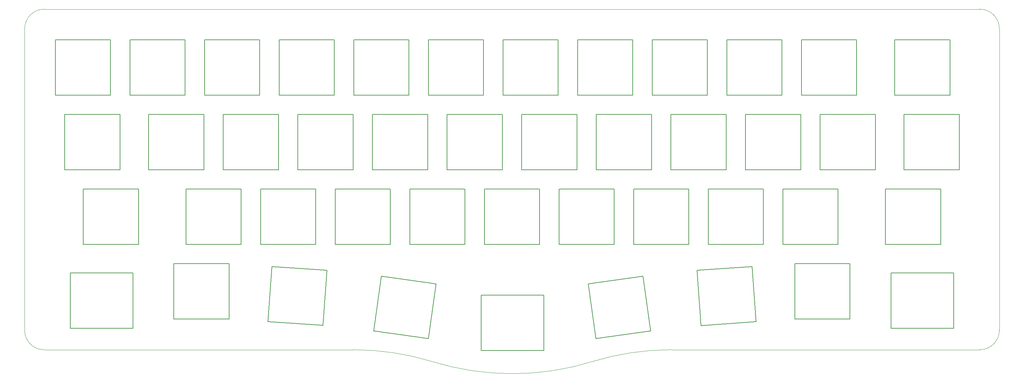
<source format=gm1>
G04 #@! TF.GenerationSoftware,KiCad,Pcbnew,8.0.2-1*
G04 #@! TF.CreationDate,2024-07-03T19:51:58+09:00*
G04 #@! TF.ProjectId,lagoon,6c61676f-6f6e-42e6-9b69-6361645f7063,rev?*
G04 #@! TF.SameCoordinates,Original*
G04 #@! TF.FileFunction,Profile,NP*
%FSLAX46Y46*%
G04 Gerber Fmt 4.6, Leading zero omitted, Abs format (unit mm)*
G04 Created by KiCad (PCBNEW 8.0.2-1) date 2024-07-03 19:51:58*
%MOMM*%
%LPD*%
G01*
G04 APERTURE LIST*
G04 #@! TA.AperFunction,Profile*
%ADD10C,0.100000*%
G04 #@! TD*
G04 #@! TA.AperFunction,Profile*
%ADD11C,0.150000*%
G04 #@! TD*
G04 APERTURE END LIST*
D10*
X17673377Y-99642387D02*
G75*
G02*
X12670570Y-94631247I12253J5015047D01*
G01*
X157671326Y-102645809D02*
G75*
G02*
X137192421Y-105748066I-20403726J65546209D01*
G01*
X261554243Y-94631249D02*
G75*
G02*
X256560952Y-99629754I-4985543J-12951D01*
G01*
X256561045Y-12668750D02*
X17673445Y-12668750D01*
X96635945Y-99634328D02*
G75*
G02*
X116713513Y-102645819I-45J-68434472D01*
G01*
X177748897Y-99631249D02*
X256560952Y-99629720D01*
X12664720Y-17668716D02*
X12668750Y-94631248D01*
X256561045Y-12668750D02*
G75*
G02*
X261554230Y-17668664I11555J-4981650D01*
G01*
X17673377Y-99642388D02*
X96635945Y-99642388D01*
X261554244Y-94631249D02*
X261554244Y-17668664D01*
X12668750Y-17668716D02*
G75*
G02*
X17673445Y-12668748I5035770J-35834D01*
G01*
X157671326Y-102645809D02*
G75*
G02*
X177748897Y-99634328I20077474J-65422291D01*
G01*
X137192421Y-105748070D02*
G75*
G02*
X116713517Y-102645805I-75121J68648670D01*
G01*
D11*
X196735485Y-39574982D02*
X210835485Y-39574982D01*
X196735485Y-53674982D02*
X196735485Y-39574982D01*
X210835485Y-39574982D02*
X210835485Y-53674982D01*
X210835485Y-53674982D02*
X196735485Y-53674982D01*
X72910485Y-58624982D02*
X87010485Y-58624982D01*
X72910485Y-72724982D02*
X72910485Y-58624982D01*
X87010485Y-58624982D02*
X87010485Y-72724982D01*
X87010485Y-72724982D02*
X72910485Y-72724982D01*
X211022985Y-20524982D02*
X225122985Y-20524982D01*
X211022985Y-34624982D02*
X211022985Y-20524982D01*
X225122985Y-20524982D02*
X225122985Y-34624982D01*
X225122985Y-34624982D02*
X211022985Y-34624982D01*
X22904235Y-39574982D02*
X37004235Y-39574982D01*
X22904235Y-53674982D02*
X22904235Y-39574982D01*
X37004235Y-39574982D02*
X37004235Y-53674982D01*
X37004235Y-53674982D02*
X22904235Y-53674982D01*
X172922985Y-20524982D02*
X187022985Y-20524982D01*
X172922985Y-34624982D02*
X172922985Y-20524982D01*
X187022985Y-20524982D02*
X187022985Y-34624982D01*
X187022985Y-34624982D02*
X172922985Y-34624982D01*
X44335485Y-39574982D02*
X58435485Y-39574982D01*
X44335485Y-53674982D02*
X44335485Y-39574982D01*
X58435485Y-39574982D02*
X58435485Y-53674982D01*
X58435485Y-53674982D02*
X44335485Y-53674982D01*
X149110485Y-58624982D02*
X163210485Y-58624982D01*
X149110485Y-72724982D02*
X149110485Y-58624982D01*
X163210485Y-58624982D02*
X163210485Y-72724982D01*
X163210485Y-72724982D02*
X149110485Y-72724982D01*
X215785485Y-39574982D02*
X229885485Y-39574982D01*
X215785485Y-53674982D02*
X215785485Y-39574982D01*
X229885485Y-39574982D02*
X229885485Y-53674982D01*
X229885485Y-53674982D02*
X215785485Y-53674982D01*
X191972985Y-20524982D02*
X206072985Y-20524982D01*
X191972985Y-34624982D02*
X191972985Y-20524982D01*
X206072985Y-20524982D02*
X206072985Y-34624982D01*
X206072985Y-34624982D02*
X191972985Y-34624982D01*
X111010485Y-58624982D02*
X125110485Y-58624982D01*
X111010485Y-72724982D02*
X111010485Y-58624982D01*
X125110485Y-58624982D02*
X125110485Y-72724982D01*
X125110485Y-72724982D02*
X111010485Y-72724982D01*
X237216735Y-39574982D02*
X251316735Y-39574982D01*
X237216735Y-53674982D02*
X237216735Y-39574982D01*
X251316735Y-39574982D02*
X251316735Y-53674982D01*
X251316735Y-53674982D02*
X237216735Y-53674982D01*
X156565212Y-82800398D02*
X170527992Y-80838058D01*
X158527552Y-96763178D02*
X156565212Y-82800398D01*
X170527992Y-80838058D02*
X172490332Y-94800838D01*
X172490332Y-94800838D02*
X158527552Y-96763178D01*
X153872985Y-20524982D02*
X167972985Y-20524982D01*
X153872985Y-34624982D02*
X153872985Y-20524982D01*
X167972985Y-20524982D02*
X167972985Y-34624982D01*
X167972985Y-34624982D02*
X153872985Y-34624982D01*
X139585485Y-39574982D02*
X153685485Y-39574982D01*
X139585485Y-53674982D02*
X139585485Y-39574982D01*
X153685485Y-39574982D02*
X153685485Y-53674982D01*
X153685485Y-53674982D02*
X139585485Y-53674982D01*
X63385485Y-39574982D02*
X77485485Y-39574982D01*
X63385485Y-53674982D02*
X63385485Y-39574982D01*
X77485485Y-39574982D02*
X77485485Y-53674982D01*
X77485485Y-53674982D02*
X63385485Y-53674982D01*
X177685485Y-39574982D02*
X191785485Y-39574982D01*
X177685485Y-53674982D02*
X177685485Y-39574982D01*
X191785485Y-39574982D02*
X191785485Y-53674982D01*
X191785485Y-53674982D02*
X177685485Y-53674982D01*
X184354625Y-79377849D02*
X198420278Y-78394282D01*
X185338192Y-93443502D02*
X184354625Y-79377849D01*
X198420278Y-78394282D02*
X199403845Y-92459935D01*
X199403845Y-92459935D02*
X185338192Y-93443502D01*
X27666735Y-58624982D02*
X41766735Y-58624982D01*
X27666735Y-72724982D02*
X27666735Y-58624982D01*
X41766735Y-58624982D02*
X41766735Y-72724982D01*
X41766735Y-72724982D02*
X27666735Y-72724982D01*
X129222985Y-85720414D02*
X145222985Y-85720414D01*
X129222985Y-99820414D02*
X129222985Y-85720414D01*
X129222985Y-99820414D02*
X145222985Y-99820414D01*
X145222985Y-85720414D02*
X145222985Y-99820414D01*
X74817125Y-92446840D02*
X75800692Y-78381187D01*
X75800692Y-78381187D02*
X89866345Y-79364754D01*
X88882778Y-93430407D02*
X74817125Y-92446840D01*
X89866345Y-79364754D02*
X88882778Y-93430407D01*
X130060485Y-58624982D02*
X144160485Y-58624982D01*
X130060485Y-72724982D02*
X130060485Y-58624982D01*
X144160485Y-58624982D02*
X144160485Y-72724982D01*
X144160485Y-72724982D02*
X130060485Y-72724982D01*
X50774744Y-77674982D02*
X64874744Y-77674982D01*
X50774744Y-91774982D02*
X50774744Y-77674982D01*
X64874744Y-77674982D02*
X64874744Y-91774982D01*
X64874744Y-91774982D02*
X50774744Y-91774982D01*
X82435485Y-39574982D02*
X96535485Y-39574982D01*
X82435485Y-53674982D02*
X82435485Y-39574982D01*
X96535485Y-39574982D02*
X96535485Y-53674982D01*
X96535485Y-53674982D02*
X82435485Y-53674982D01*
X91960485Y-58624982D02*
X106060485Y-58624982D01*
X91960485Y-72724982D02*
X91960485Y-58624982D01*
X106060485Y-58624982D02*
X106060485Y-72724982D01*
X106060485Y-72724982D02*
X91960485Y-72724982D01*
X115772985Y-20524982D02*
X129872985Y-20524982D01*
X115772985Y-34624982D02*
X115772985Y-20524982D01*
X129872985Y-20524982D02*
X129872985Y-34624982D01*
X129872985Y-34624982D02*
X115772985Y-34624982D01*
X134822985Y-20524982D02*
X148922985Y-20524982D01*
X134822985Y-34624982D02*
X134822985Y-20524982D01*
X148922985Y-20524982D02*
X148922985Y-34624982D01*
X148922985Y-34624982D02*
X134822985Y-34624982D01*
X53860485Y-58624982D02*
X67960485Y-58624982D01*
X53860485Y-72724982D02*
X53860485Y-58624982D01*
X67960485Y-58624982D02*
X67960485Y-72724982D01*
X67960485Y-72724982D02*
X53860485Y-72724982D01*
X20522985Y-20524982D02*
X34622985Y-20524982D01*
X20522985Y-34624982D02*
X20522985Y-20524982D01*
X34622985Y-20524982D02*
X34622985Y-34624982D01*
X34622985Y-34624982D02*
X20522985Y-34624982D01*
X233885485Y-80056232D02*
X249885485Y-80056232D01*
X233885485Y-94156232D02*
X233885485Y-80056232D01*
X233885485Y-94156232D02*
X249885485Y-94156232D01*
X249885485Y-80056232D02*
X249885485Y-94156232D01*
X39572985Y-20524982D02*
X53672985Y-20524982D01*
X39572985Y-34624982D02*
X39572985Y-20524982D01*
X53672985Y-20524982D02*
X53672985Y-34624982D01*
X53672985Y-34624982D02*
X39572985Y-34624982D01*
X234835485Y-20524982D02*
X248935485Y-20524982D01*
X234835485Y-34624982D02*
X234835485Y-20524982D01*
X248935485Y-20524982D02*
X248935485Y-34624982D01*
X248935485Y-34624982D02*
X234835485Y-34624982D01*
X120535485Y-39574982D02*
X134635485Y-39574982D01*
X120535485Y-53674982D02*
X120535485Y-39574982D01*
X134635485Y-39574982D02*
X134635485Y-53674982D01*
X134635485Y-53674982D02*
X120535485Y-53674982D01*
X58622985Y-20524982D02*
X72722985Y-20524982D01*
X58622985Y-34624982D02*
X58622985Y-20524982D01*
X72722985Y-20524982D02*
X72722985Y-34624982D01*
X72722985Y-34624982D02*
X58622985Y-34624982D01*
X158635485Y-39574982D02*
X172735485Y-39574982D01*
X158635485Y-53674982D02*
X158635485Y-39574982D01*
X172735485Y-39574982D02*
X172735485Y-53674982D01*
X172735485Y-53674982D02*
X158635485Y-53674982D01*
X187210485Y-58624982D02*
X201310485Y-58624982D01*
X187210485Y-72724982D02*
X187210485Y-58624982D01*
X201310485Y-58624982D02*
X201310485Y-72724982D01*
X201310485Y-72724982D02*
X187210485Y-72724982D01*
X206260485Y-58624982D02*
X220360485Y-58624982D01*
X206260485Y-72724982D02*
X206260485Y-58624982D01*
X220360485Y-58624982D02*
X220360485Y-72724982D01*
X220360485Y-72724982D02*
X206260485Y-72724982D01*
X24335485Y-80056232D02*
X40335485Y-80056232D01*
X24335485Y-94156232D02*
X24335485Y-80056232D01*
X24335485Y-94156232D02*
X40335485Y-94156232D01*
X40335485Y-80056232D02*
X40335485Y-94156232D01*
X232454235Y-58624982D02*
X246554235Y-58624982D01*
X232454235Y-72724982D02*
X232454235Y-58624982D01*
X246554235Y-58624982D02*
X246554235Y-72724982D01*
X246554235Y-72724982D02*
X232454235Y-72724982D01*
X168160485Y-58624982D02*
X182260485Y-58624982D01*
X168160485Y-72724982D02*
X168160485Y-58624982D01*
X182260485Y-58624982D02*
X182260485Y-72724982D01*
X182260485Y-72724982D02*
X168160485Y-72724982D01*
X101776788Y-94797547D02*
X103739128Y-80834767D01*
X103739128Y-80834767D02*
X117701908Y-82797107D01*
X115739568Y-96759887D02*
X101776788Y-94797547D01*
X117701908Y-82797107D02*
X115739568Y-96759887D01*
X101485485Y-39574982D02*
X115585485Y-39574982D01*
X101485485Y-53674982D02*
X101485485Y-39574982D01*
X115585485Y-39574982D02*
X115585485Y-53674982D01*
X115585485Y-53674982D02*
X101485485Y-53674982D01*
X96722985Y-20524982D02*
X110822985Y-20524982D01*
X96722985Y-34624982D02*
X96722985Y-20524982D01*
X110822985Y-20524982D02*
X110822985Y-34624982D01*
X110822985Y-34624982D02*
X96722985Y-34624982D01*
X77672985Y-20524982D02*
X91772985Y-20524982D01*
X77672985Y-34624982D02*
X77672985Y-20524982D01*
X91772985Y-20524982D02*
X91772985Y-34624982D01*
X91772985Y-34624982D02*
X77672985Y-34624982D01*
X209315573Y-77674982D02*
X223415573Y-77674982D01*
X209315573Y-91774982D02*
X209315573Y-77674982D01*
X223415573Y-77674982D02*
X223415573Y-91774982D01*
X223415573Y-91774982D02*
X209315573Y-91774982D01*
M02*

</source>
